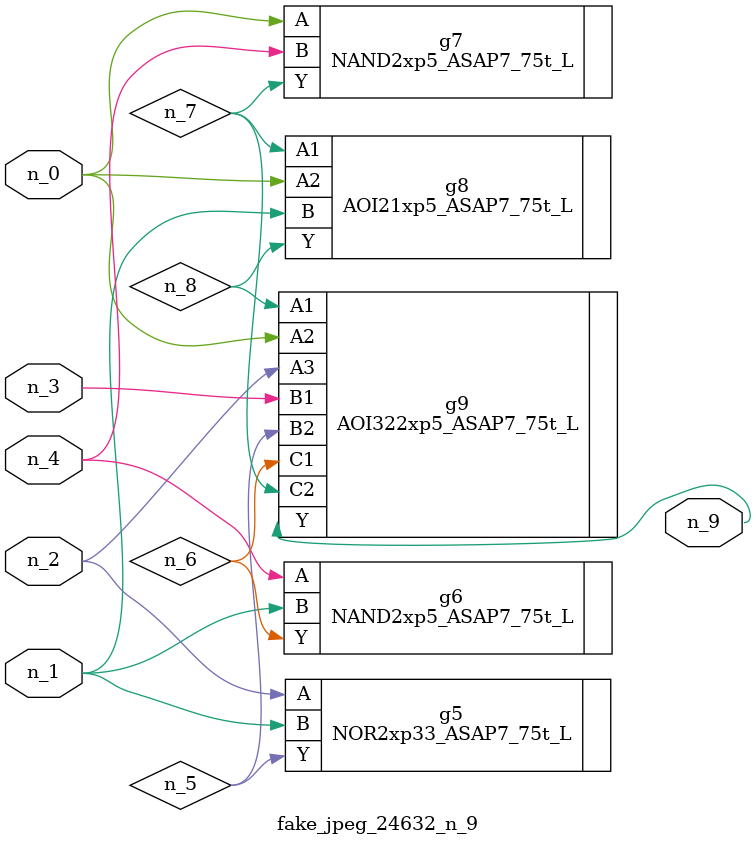
<source format=v>
module fake_jpeg_24632_n_9 (n_3, n_2, n_1, n_0, n_4, n_9);

input n_3;
input n_2;
input n_1;
input n_0;
input n_4;

output n_9;

wire n_8;
wire n_6;
wire n_5;
wire n_7;

NOR2xp33_ASAP7_75t_L g5 ( 
.A(n_2),
.B(n_1),
.Y(n_5)
);

NAND2xp5_ASAP7_75t_L g6 ( 
.A(n_4),
.B(n_1),
.Y(n_6)
);

NAND2xp5_ASAP7_75t_L g7 ( 
.A(n_0),
.B(n_4),
.Y(n_7)
);

AOI21xp5_ASAP7_75t_L g8 ( 
.A1(n_7),
.A2(n_0),
.B(n_1),
.Y(n_8)
);

AOI322xp5_ASAP7_75t_L g9 ( 
.A1(n_8),
.A2(n_0),
.A3(n_2),
.B1(n_3),
.B2(n_5),
.C1(n_6),
.C2(n_7),
.Y(n_9)
);


endmodule
</source>
